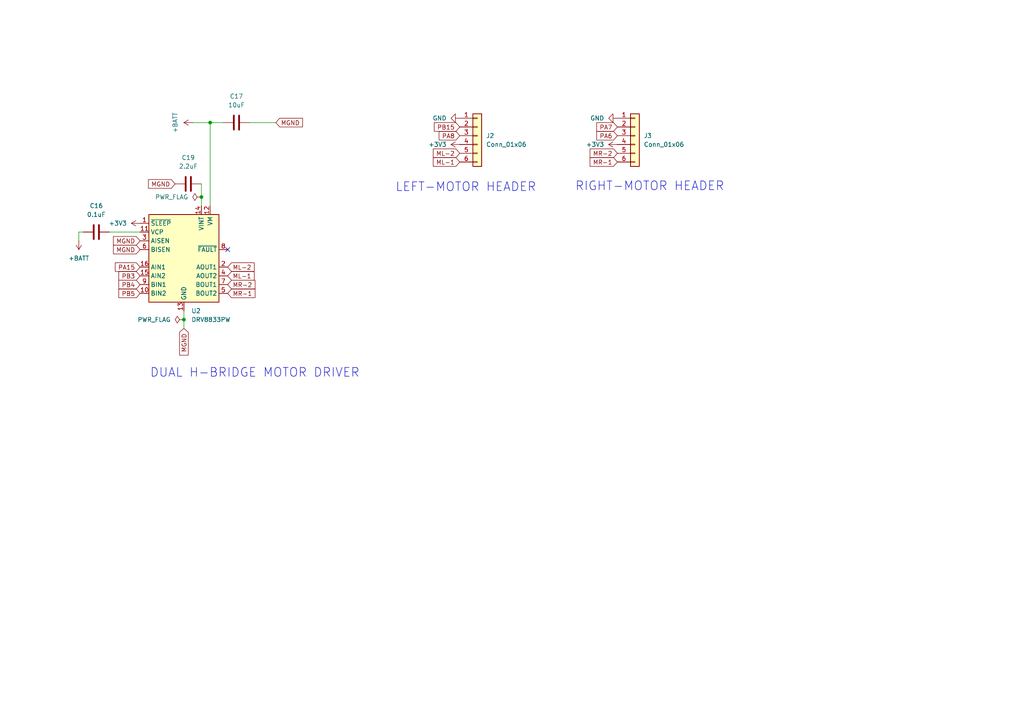
<source format=kicad_sch>
(kicad_sch (version 20250114) (generator "eeschema") (generator_version "9.0")
  (paper "A4")
  (lib_symbols
    (symbol "Connector_Generic:Conn_01x06" (pin_names (offset 1.016) (hide yes))
      (property "Reference" "J" (at 0 7.62 0))
      (property "Value" "Conn_01x06" (at 0 -10.16 0))
      (symbol "Conn_01x06_1_1"
        (rectangle (start -1.27 6.35) (end 1.27 -8.89) (stroke (width 0.254)) (fill (type background)))
        (rectangle (start -1.27 5.207) (end 0 4.953) (stroke (width 0.1524)))
        (rectangle (start -1.27 2.667) (end 0 2.413) (stroke (width 0.1524)))
        (rectangle (start -1.27 0.127) (end 0 -0.127) (stroke (width 0.1524)))
        (rectangle (start -1.27 -2.413) (end 0 -2.667) (stroke (width 0.1524)))
        (rectangle (start -1.27 -4.953) (end 0 -5.207) (stroke (width 0.1524)))
        (rectangle (start -1.27 -7.493) (end 0 -7.747) (stroke (width 0.1524)))
        (pin passive line (at -5.08 5.08 0) (length 3.81) (name "Pin_1") (number "1"))
        (pin passive line (at -5.08 2.54 0) (length 3.81) (name "Pin_2") (number "2"))
        (pin passive line (at -5.08 0 0) (length 3.81) (name "Pin_3") (number "3"))
        (pin passive line (at -5.08 -2.54 0) (length 3.81) (name "Pin_4") (number "4"))
        (pin passive line (at -5.08 -5.08 0) (length 3.81) (name "Pin_5") (number "5"))
        (pin passive line (at -5.08 -7.62 0) (length 3.81) (name "Pin_6") (number "6"))
      )
    )
    (symbol "Device:C" (pin_numbers (hide yes)) (pin_names (offset 0.254))
      (property "Reference" "C" (at 0.635 2.54 0))
      (property "Value" "C" (at 0.635 -2.54 0))
      (symbol "C_0_1"
        (polyline (pts (xy -2.032 0.762) (xy 2.032 0.762)) (stroke (width 0.508)))
        (polyline (pts (xy -2.032 -0.762) (xy 2.032 -0.762)) (stroke (width 0.508)))
      )
      (symbol "C_1_1"
        (pin passive line (at 0 3.81 270) (length 2.794) (name "~") (number "1"))
        (pin passive line (at 0 -3.81 90) (length 2.794) (name "~") (number "2"))
      )
    )
    (symbol "Driver_Motor:DRV8833PW"
      (property "Reference" "U" (at -3.81 16.51 0))
      (property "Value" "DRV8833PW" (at -3.81 13.97 0))
      (symbol "DRV8833PW_0_1"
        (rectangle (start -10.16 12.7) (end 10.16 -12.7) (stroke (width 0.254)) (fill (type background)))
      )
      (symbol "DRV8833PW_1_1"
        (pin input line (at -12.7 10.16 0) (length 2.54) (name "~{SLEEP}") (number "1"))
        (pin bidirectional line (at -12.7 7.62 0) (length 2.54) (name "VCP") (number "11"))
        (pin bidirectional line (at -12.7 5.08 0) (length 2.54) (name "AISEN") (number "3"))
        (pin bidirectional line (at -12.7 2.54 0) (length 2.54) (name "BISEN") (number "6"))
        (pin input line (at -12.7 -2.54 0) (length 2.54) (name "AIN1") (number "16"))
        (pin input line (at -12.7 -5.08 0) (length 2.54) (name "AIN2") (number "15"))
        (pin input line (at -12.7 -7.62 0) (length 2.54) (name "BIN1") (number "9"))
        (pin input line (at -12.7 -10.16 0) (length 2.54) (name "BIN2") (number "10"))
        (pin power_in line (at 0 -15.24 90) (length 2.54) (name "GND") (number "13"))
        (pin power_in line (at 5.08 15.24 270) (length 2.54) (name "VINT") (number "14"))
        (pin power_in line (at 7.62 15.24 270) (length 2.54) (name "VM") (number "12"))
        (pin open_collector line (at 12.7 2.54 180) (length 2.54) (name "~{FAULT}") (number "8"))
        (pin power_out line (at 12.7 -2.54 180) (length 2.54) (name "AOUT1") (number "2"))
        (pin power_out line (at 12.7 -5.08 180) (length 2.54) (name "AOUT2") (number "4"))
        (pin power_out line (at 12.7 -7.62 180) (length 2.54) (name "BOUT1") (number "7"))
        (pin power_out line (at 12.7 -10.16 180) (length 2.54) (name "BOUT2") (number "5"))
      )
    )
    (symbol "power:+3V3" (power) (pin_numbers (hide yes)) (pin_names (offset 0) (hide yes))
      (property "Value" "+3V3" (at 0 3.556 0))
      (symbol "+3V3_0_1"
        (polyline (pts (xy -0.762 1.27) (xy 0 2.54)))
        (polyline (pts (xy 0 2.54) (xy 0.762 1.27)))
        (polyline (pts (xy 0 0) (xy 0 2.54)))
      )
      (symbol "+3V3_1_1"
        (pin power_in line (at 0 0 90) (length 0) (name "~") (number "1"))
      )
    )
    (symbol "power:+BATT" (power) (pin_numbers (hide yes)) (pin_names (offset 0) (hide yes))
      (property "Value" "+BATT" (at 0 3.556 0))
      (symbol "+BATT_0_1"
        (polyline (pts (xy -0.762 1.27) (xy 0 2.54)))
        (polyline (pts (xy 0 2.54) (xy 0.762 1.27)))
        (polyline (pts (xy 0 0) (xy 0 2.54)))
      )
      (symbol "+BATT_1_1"
        (pin power_in line (at 0 0 90) (length 0) (name "~") (number "1"))
      )
    )
    (symbol "power:GND" (power) (pin_numbers (hide yes)) (pin_names (offset 0) (hide yes))
      (property "Value" "GND" (at 0 -3.81 0))
      (symbol "GND_0_1"
        (polyline (pts (xy 0 0) (xy 0 -1.27) (xy 1.27 -1.27) (xy 0 -2.54) (xy -1.27 -1.27) (xy 0 -1.27)))
      )
      (symbol "GND_1_1"
        (pin power_in line (at 0 0 270) (length 0) (name "~") (number "1"))
      )
    )
    (symbol "power:PWR_FLAG" (power) (pin_numbers (hide yes)) (pin_names (offset 0) (hide yes))
      (property "Value" "PWR_FLAG" (at 0 3.81 0))
      (symbol "PWR_FLAG_0_0"
        (pin power_out line (at 0 0 90) (length 0) (name "~") (number "1"))
      )
      (symbol "PWR_FLAG_0_1"
        (polyline (pts (xy 0 0) (xy 0 1.27) (xy -1.016 1.905) (xy 0 2.54) (xy 1.016 1.905) (xy 0 1.27)))
      )
    )
  )
  (text "DUAL H-BRIDGE MOTOR DRIVER" (at 73.914 108.204 0) (effects (font (size 2.54 2.54))))
  (text "LEFT-MOTOR HEADER" (at 135.128 54.356 0) (effects (font (size 2.54 2.54))))
  (text "RIGHT-MOTOR HEADER" (at 188.468 54.102 0) (effects (font (size 2.54 2.54))))
  (junction (at 53.34 92.71))
  (junction (at 58.42 57.15))
  (junction (at 60.96 35.56))
  (no_connect (at 66.04 72.39))
  (wire (pts (xy 22.86 67.31) (xy 24.13 67.31)))
  (wire (pts (xy 22.86 69.85) (xy 22.86 67.31)))
  (wire (pts (xy 55.88 35.56) (xy 60.96 35.56)))
  (wire (pts (xy 53.34 90.17) (xy 53.34 92.71)))
  (wire (pts (xy 58.42 53.34) (xy 58.42 57.15)))
  (wire (pts (xy 58.42 57.15) (xy 58.42 59.69)))
  (wire (pts (xy 72.39 35.56) (xy 80.01 35.56)))
  (wire (pts (xy 60.96 35.56) (xy 60.96 59.69)))
  (wire (pts (xy 60.96 35.56) (xy 64.77 35.56)))
  (wire (pts (xy 31.75 67.31) (xy 40.64 67.31)))
  (wire (pts (xy 53.34 92.71) (xy 53.34 95.25)))
  (global_label "MGND" (shape input) (at 53.34 95.25 270) (property "Intersheetrefs" "${INTERSHEET_REFS}" (effects (hide yes))))
  (global_label "PB3" (shape input) (at 40.64 80.01 180) (property "Intersheetrefs" "${INTERSHEET_REFS}" (effects (hide yes))))
  (global_label "MR-1" (shape input) (at 66.04 85.09 0) (property "Intersheetrefs" "${INTERSHEET_REFS}" (effects (hide yes))))
  (global_label "MGND" (shape input) (at 40.64 69.85 180) (property "Intersheetrefs" "${INTERSHEET_REFS}" (effects (hide yes))))
  (global_label "PB4" (shape input) (at 40.64 82.55 180) (property "Intersheetrefs" "${INTERSHEET_REFS}" (effects (hide yes))))
  (global_label "MR-1" (shape input) (at 179.07 46.99 180) (property "Intersheetrefs" "${INTERSHEET_REFS}" (effects (hide yes))))
  (global_label "PB15" (shape input) (at 133.35 36.83 180) (property "Intersheetrefs" "${INTERSHEET_REFS}" (effects (hide yes))))
  (global_label "MGND" (shape input) (at 50.8 53.34 180) (property "Intersheetrefs" "${INTERSHEET_REFS}" (effects (hide yes))))
  (global_label "MR-2" (shape input) (at 179.07 44.45 180) (property "Intersheetrefs" "${INTERSHEET_REFS}" (effects (hide yes))))
  (global_label "ML-2" (shape input) (at 133.35 44.45 180) (property "Intersheetrefs" "${INTERSHEET_REFS}" (effects (hide yes))))
  (global_label "MGND" (shape input) (at 40.64 72.39 180) (property "Intersheetrefs" "${INTERSHEET_REFS}" (effects (hide yes))))
  (global_label "PA6" (shape input) (at 179.07 39.37 180) (property "Intersheetrefs" "${INTERSHEET_REFS}" (effects (hide yes))))
  (global_label "PA15" (shape input) (at 40.64 77.47 180) (property "Intersheetrefs" "${INTERSHEET_REFS}" (effects (hide yes))))
  (global_label "ML-2" (shape input) (at 66.04 77.47 0) (property "Intersheetrefs" "${INTERSHEET_REFS}" (effects (hide yes))))
  (global_label "PA8" (shape input) (at 133.35 39.37 180) (property "Intersheetrefs" "${INTERSHEET_REFS}" (effects (hide yes))))
  (global_label "PA7" (shape input) (at 179.07 36.83 180) (property "Intersheetrefs" "${INTERSHEET_REFS}" (effects (hide yes))))
  (global_label "MR-2" (shape input) (at 66.04 82.55 0) (property "Intersheetrefs" "${INTERSHEET_REFS}" (effects (hide yes))))
  (global_label "ML-1" (shape input) (at 133.35 46.99 180) (property "Intersheetrefs" "${INTERSHEET_REFS}" (effects (hide yes))))
  (global_label "PB5" (shape input) (at 40.64 85.09 180) (property "Intersheetrefs" "${INTERSHEET_REFS}" (effects (hide yes))))
  (global_label "MGND" (shape input) (at 80.01 35.56 0) (property "Intersheetrefs" "${INTERSHEET_REFS}" (effects (hide yes))))
  (global_label "ML-1" (shape input) (at 66.04 80.01 0) (property "Intersheetrefs" "${INTERSHEET_REFS}" (effects (hide yes))))
  (symbol (lib_id "power:PWR_FLAG") (at 58.42 57.15 90) (unit 1)
    (property "Reference" "#FLG04" (effects (hide yes)))
    (property "Value" "PWR_FLAG" (at 54.61 57.1499 90) (effects (justify left)))
    (property "Description" "Special symbol for telling ERC where power comes from" (effects (hide yes)))
  )
  (symbol (lib_id "Device:C") (at 68.58 35.56 90) (unit 1)
    (property "Reference" "C17" (at 68.58 27.94 90))
    (property "Value" "10uF" (at 68.58 30.48 90))
    (property "Footprint" "Capacitor_SMD:C_0603_1608Metric" (effects (hide yes)))
    (property "Datasheet" "kicad-embed://GRM188R60J106ME47-01.pdf" (effects (hide yes)))
    (property "Description" "Unpolarized capacitor" (effects (hide yes)))
  )
  (symbol (lib_id "power:+BATT") (at 22.86 69.85 180) (unit 1)
    (property "Reference" "#PWR07" (effects (hide yes)))
    (property "Value" "+BATT" (at 22.86 74.93 0))
    (property "Description" "Power symbol creates a global label with name \"+BATT\"" (effects (hide yes)))
  )
  (symbol (lib_id "Connector_Generic:Conn_01x06") (at 184.15 39.37 0) (unit 1)
    (property "Reference" "J3" (at 186.69 39.3699 0) (effects (justify left)))
    (property "Value" "Conn_01x06" (at 186.69 41.9099 0) (effects (justify left)))
    (property "Footprint" "SH_1x06_1:JST_SH_BM06B-SRSS-TB_06x1.00mm_Straight" (effects (hide yes)))
    (property "Datasheet" "kicad-embed://eSH.pdf" (effects (hide yes)))
    (property "Description" "Generic connector, single row, 01x06, script generated (kicad-library-utils/schlib/autogen/connector/)" (effects (hide yes)))
  )
  (symbol (lib_id "power:+3V3") (at 40.64 64.77 90) (unit 1)
    (property "Reference" "#PWR06" (effects (hide yes)))
    (property "Value" "+3V3" (at 36.83 64.7699 90) (effects (justify left)))
    (property "Description" "Power symbol creates a global label with name \"+3V3\"" (effects (hide yes)))
  )
  (symbol (lib_id "power:+3V3") (at 133.35 41.91 90) (unit 1)
    (property "Reference" "#PWR0132" (effects (hide yes)))
    (property "Value" "+3V3" (at 129.54 41.9099 90) (effects (justify left)))
    (property "Description" "Power symbol creates a global label with name \"+3V3\"" (effects (hide yes)))
  )
  (symbol (lib_id "Connector_Generic:Conn_01x06") (at 138.43 39.37 0) (unit 1)
    (property "Reference" "J2" (at 140.97 39.3699 0) (effects (justify left)))
    (property "Value" "Conn_01x06" (at 140.97 41.9099 0) (effects (justify left)))
    (property "Footprint" "SH_1x06_1:JST_SH_BM06B-SRSS-TB_06x1.00mm_Straight" (effects (hide yes)))
    (property "Datasheet" "kicad-embed://eSH.pdf" (effects (hide yes)))
    (property "Description" "Generic connector, single row, 01x06, script generated (kicad-library-utils/schlib/autogen/connector/)" (effects (hide yes)))
  )
  (symbol (lib_id "Device:C") (at 54.61 53.34 90) (unit 1)
    (property "Reference" "C19" (at 54.61 45.72 90))
    (property "Value" "2.2uF" (at 54.61 48.26 90))
    (property "Footprint" "Capacitor_SMD:C_0603_1608Metric" (effects (hide yes)))
    (property "Datasheet" "kicad-embed://CL10B225KP8NNNC_Spec.pdf" (effects (hide yes)))
    (property "Description" "Unpolarized capacitor" (effects (hide yes)))
  )
  (symbol (lib_id "power:PWR_FLAG") (at 53.34 92.71 90) (unit 1)
    (property "Reference" "#FLG03" (effects (hide yes)))
    (property "Value" "PWR_FLAG" (at 49.53 92.7099 90) (effects (justify left)))
    (property "Description" "Special symbol for telling ERC where power comes from" (effects (hide yes)))
  )
  (symbol (lib_id "Device:C") (at 27.94 67.31 90) (unit 1)
    (property "Reference" "C16" (at 27.94 59.69 90))
    (property "Value" "0.1uF" (at 27.94 62.23 90))
    (property "Footprint" "Capacitor_SMD:C_0603_1608Metric" (effects (hide yes)))
    (property "Datasheet" "kicad-embed://CC0603KRX7R7BB104.pdf" (effects (hide yes)))
    (property "Description" "Unpolarized capacitor" (effects (hide yes)))
  )
  (symbol (lib_id "power:+3V3") (at 179.07 41.91 90) (unit 1)
    (property "Reference" "#PWR0130" (effects (hide yes)))
    (property "Value" "+3V3" (at 175.26 41.9099 90) (effects (justify left)))
    (property "Description" "Power symbol creates a global label with name \"+3V3\"" (effects (hide yes)))
  )
  (symbol (lib_id "power:GND") (at 133.35 34.29 270) (unit 1)
    (property "Reference" "#PWR0133" (effects (hide yes)))
    (property "Value" "GND" (at 129.54 34.2899 90) (effects (justify right)))
    (property "Description" "Power symbol creates a global label with name \"GND\" , ground" (effects (hide yes)))
  )
  (symbol (lib_id "Driver_Motor:DRV8833PW") (at 53.34 74.93 0) (unit 1)
    (property "Reference" "U2" (at 55.4833 90.17 0) (effects (justify left)))
    (property "Value" "DRV8833PW" (at 55.4833 92.71 0) (effects (justify left)))
    (property "Footprint" "Package_SO:TSSOP-16_4.4x5mm_P0.65mm" (effects (hide yes)))
    (property "Datasheet" "kicad-embed://drv8833.pdf" (effects (hide yes)))
    (property "Description" "Dual H-Bridge Motor Driver, TSSOP-16" (effects (hide yes)))
  )
  (symbol (lib_id "power:+BATT") (at 55.88 35.56 90) (unit 1)
    (property "Reference" "#PWR0134" (effects (hide yes)))
    (property "Value" "+BATT" (at 50.8 35.56 0))
    (property "Description" "Power symbol creates a global label with name \"+BATT\"" (effects (hide yes)))
  )
  (symbol (lib_id "power:GND") (at 179.07 34.29 270) (unit 1)
    (property "Reference" "#PWR0131" (effects (hide yes)))
    (property "Value" "GND" (at 175.26 34.2899 90) (effects (justify right)))
    (property "Description" "Power symbol creates a global label with name \"GND\" , ground" (effects (hide yes)))
  )
)
</source>
